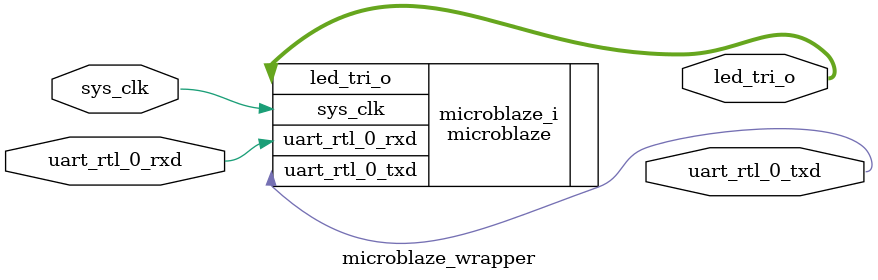
<source format=v>
`timescale 1 ps / 1 ps

module microblaze_wrapper
   (led_tri_o,
    sys_clk,
    uart_rtl_0_rxd,
    uart_rtl_0_txd);
  output [3:0]led_tri_o;
  input sys_clk;
  input uart_rtl_0_rxd;
  output uart_rtl_0_txd;

  wire [3:0]led_tri_o;
  wire sys_clk;
  wire uart_rtl_0_rxd;
  wire uart_rtl_0_txd;

  microblaze microblaze_i
       (.led_tri_o(led_tri_o),
        .sys_clk(sys_clk),
        .uart_rtl_0_rxd(uart_rtl_0_rxd),
        .uart_rtl_0_txd(uart_rtl_0_txd));
endmodule

</source>
